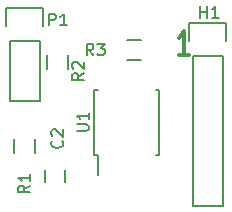
<source format=gto>
G04 #@! TF.FileFunction,Legend,Top*
%FSLAX46Y46*%
G04 Gerber Fmt 4.6, Leading zero omitted, Abs format (unit mm)*
G04 Created by KiCad (PCBNEW 4.0.1-stable) date 3/1/2016 8:27:16 PM*
%MOMM*%
G01*
G04 APERTURE LIST*
%ADD10C,0.150000*%
%ADD11C,0.304800*%
G04 APERTURE END LIST*
D10*
D11*
X56569429Y-38003238D02*
X55698572Y-38003238D01*
X56134000Y-38003238D02*
X56134000Y-35971238D01*
X55988857Y-36261524D01*
X55843715Y-36455048D01*
X55698572Y-36551810D01*
D10*
X41797000Y-46320000D02*
X41797000Y-45120000D01*
X43547000Y-45120000D02*
X43547000Y-46320000D01*
X44591000Y-39208000D02*
X44591000Y-38008000D01*
X46341000Y-38008000D02*
X46341000Y-39208000D01*
X52543000Y-38467000D02*
X51343000Y-38467000D01*
X51343000Y-36717000D02*
X52543000Y-36717000D01*
X46062000Y-48760000D02*
X46062000Y-47760000D01*
X44362000Y-47760000D02*
X44362000Y-48760000D01*
X59436000Y-38100000D02*
X59436000Y-50800000D01*
X59436000Y-50800000D02*
X56896000Y-50800000D01*
X56896000Y-50800000D02*
X56896000Y-38100000D01*
X59716000Y-35280000D02*
X59716000Y-36830000D01*
X59436000Y-38100000D02*
X56896000Y-38100000D01*
X56616000Y-36830000D02*
X56616000Y-35280000D01*
X56616000Y-35280000D02*
X59716000Y-35280000D01*
X41402000Y-36830000D02*
X41402000Y-41910000D01*
X41402000Y-41910000D02*
X43942000Y-41910000D01*
X43942000Y-41910000D02*
X43942000Y-36830000D01*
X44222000Y-34010000D02*
X44222000Y-35560000D01*
X43942000Y-36830000D02*
X41402000Y-36830000D01*
X41122000Y-35560000D02*
X41122000Y-34010000D01*
X41122000Y-34010000D02*
X44222000Y-34010000D01*
X48553000Y-46438000D02*
X48853000Y-46438000D01*
X48553000Y-40938000D02*
X48853000Y-40938000D01*
X54063000Y-40938000D02*
X53763000Y-40938000D01*
X54063000Y-46438000D02*
X53763000Y-46438000D01*
X48553000Y-46438000D02*
X48553000Y-40938000D01*
X54063000Y-46438000D02*
X54063000Y-40938000D01*
X48853000Y-46438000D02*
X48853000Y-48188000D01*
X43124381Y-49061666D02*
X42648190Y-49395000D01*
X43124381Y-49633095D02*
X42124381Y-49633095D01*
X42124381Y-49252142D01*
X42172000Y-49156904D01*
X42219619Y-49109285D01*
X42314857Y-49061666D01*
X42457714Y-49061666D01*
X42552952Y-49109285D01*
X42600571Y-49156904D01*
X42648190Y-49252142D01*
X42648190Y-49633095D01*
X43124381Y-48109285D02*
X43124381Y-48680714D01*
X43124381Y-48395000D02*
X42124381Y-48395000D01*
X42267238Y-48490238D01*
X42362476Y-48585476D01*
X42410095Y-48680714D01*
X47696381Y-39536666D02*
X47220190Y-39870000D01*
X47696381Y-40108095D02*
X46696381Y-40108095D01*
X46696381Y-39727142D01*
X46744000Y-39631904D01*
X46791619Y-39584285D01*
X46886857Y-39536666D01*
X47029714Y-39536666D01*
X47124952Y-39584285D01*
X47172571Y-39631904D01*
X47220190Y-39727142D01*
X47220190Y-40108095D01*
X46791619Y-39155714D02*
X46744000Y-39108095D01*
X46696381Y-39012857D01*
X46696381Y-38774761D01*
X46744000Y-38679523D01*
X46791619Y-38631904D01*
X46886857Y-38584285D01*
X46982095Y-38584285D01*
X47124952Y-38631904D01*
X47696381Y-39203333D01*
X47696381Y-38584285D01*
X48474334Y-38044381D02*
X48141000Y-37568190D01*
X47902905Y-38044381D02*
X47902905Y-37044381D01*
X48283858Y-37044381D01*
X48379096Y-37092000D01*
X48426715Y-37139619D01*
X48474334Y-37234857D01*
X48474334Y-37377714D01*
X48426715Y-37472952D01*
X48379096Y-37520571D01*
X48283858Y-37568190D01*
X47902905Y-37568190D01*
X48807667Y-37044381D02*
X49426715Y-37044381D01*
X49093381Y-37425333D01*
X49236239Y-37425333D01*
X49331477Y-37472952D01*
X49379096Y-37520571D01*
X49426715Y-37615810D01*
X49426715Y-37853905D01*
X49379096Y-37949143D01*
X49331477Y-37996762D01*
X49236239Y-38044381D01*
X48950524Y-38044381D01*
X48855286Y-37996762D01*
X48807667Y-37949143D01*
X45823143Y-45251666D02*
X45870762Y-45299285D01*
X45918381Y-45442142D01*
X45918381Y-45537380D01*
X45870762Y-45680238D01*
X45775524Y-45775476D01*
X45680286Y-45823095D01*
X45489810Y-45870714D01*
X45346952Y-45870714D01*
X45156476Y-45823095D01*
X45061238Y-45775476D01*
X44966000Y-45680238D01*
X44918381Y-45537380D01*
X44918381Y-45442142D01*
X44966000Y-45299285D01*
X45013619Y-45251666D01*
X45013619Y-44870714D02*
X44966000Y-44823095D01*
X44918381Y-44727857D01*
X44918381Y-44489761D01*
X44966000Y-44394523D01*
X45013619Y-44346904D01*
X45108857Y-44299285D01*
X45204095Y-44299285D01*
X45346952Y-44346904D01*
X45918381Y-44918333D01*
X45918381Y-44299285D01*
X57531095Y-34869381D02*
X57531095Y-33869381D01*
X57531095Y-34345571D02*
X58102524Y-34345571D01*
X58102524Y-34869381D02*
X58102524Y-33869381D01*
X59102524Y-34869381D02*
X58531095Y-34869381D01*
X58816809Y-34869381D02*
X58816809Y-33869381D01*
X58721571Y-34012238D01*
X58626333Y-34107476D01*
X58531095Y-34155095D01*
X44727905Y-35504381D02*
X44727905Y-34504381D01*
X45108858Y-34504381D01*
X45204096Y-34552000D01*
X45251715Y-34599619D01*
X45299334Y-34694857D01*
X45299334Y-34837714D01*
X45251715Y-34932952D01*
X45204096Y-34980571D01*
X45108858Y-35028190D01*
X44727905Y-35028190D01*
X46251715Y-35504381D02*
X45680286Y-35504381D01*
X45966000Y-35504381D02*
X45966000Y-34504381D01*
X45870762Y-34647238D01*
X45775524Y-34742476D01*
X45680286Y-34790095D01*
X47080381Y-44449905D02*
X47889905Y-44449905D01*
X47985143Y-44402286D01*
X48032762Y-44354667D01*
X48080381Y-44259429D01*
X48080381Y-44068952D01*
X48032762Y-43973714D01*
X47985143Y-43926095D01*
X47889905Y-43878476D01*
X47080381Y-43878476D01*
X48080381Y-42878476D02*
X48080381Y-43449905D01*
X48080381Y-43164191D02*
X47080381Y-43164191D01*
X47223238Y-43259429D01*
X47318476Y-43354667D01*
X47366095Y-43449905D01*
M02*

</source>
